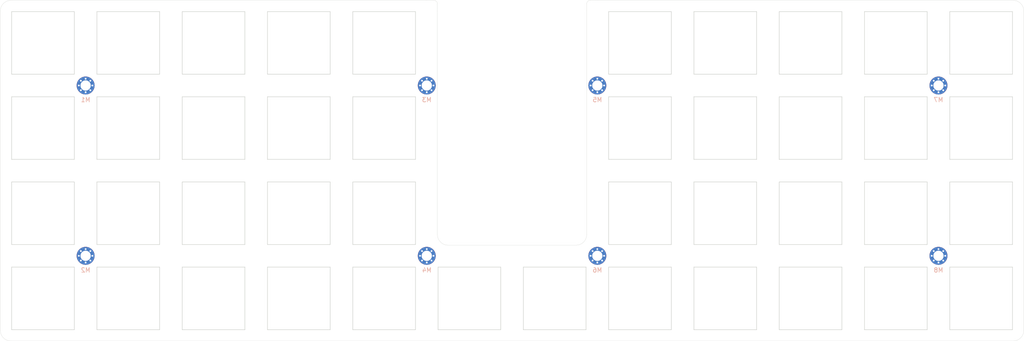
<source format=kicad_pcb>
(kicad_pcb (version 20171130) (host pcbnew 5.1.9+dfsg1-1)

  (general
    (thickness 1.6)
    (drawings 20)
    (tracks 0)
    (zones 0)
    (modules 50)
    (nets 1)
  )

  (page A4)
  (layers
    (0 F.Cu signal)
    (31 B.Cu signal)
    (32 B.Adhes user)
    (33 F.Adhes user)
    (34 B.Paste user)
    (35 F.Paste user)
    (36 B.SilkS user)
    (37 F.SilkS user)
    (38 B.Mask user)
    (39 F.Mask user)
    (40 Dwgs.User user)
    (41 Cmts.User user)
    (42 Eco1.User user)
    (43 Eco2.User user)
    (44 Edge.Cuts user)
    (45 Margin user)
    (46 B.CrtYd user)
    (47 F.CrtYd user)
    (48 B.Fab user)
    (49 F.Fab user)
  )

  (setup
    (last_trace_width 0.25)
    (trace_clearance 0.2)
    (zone_clearance 0.508)
    (zone_45_only no)
    (trace_min 0.2)
    (via_size 0.8)
    (via_drill 0.4)
    (via_min_size 0.4)
    (via_min_drill 0.3)
    (uvia_size 0.3)
    (uvia_drill 0.1)
    (uvias_allowed no)
    (uvia_min_size 0.2)
    (uvia_min_drill 0.1)
    (edge_width 0.05)
    (segment_width 0.2)
    (pcb_text_width 0.3)
    (pcb_text_size 1.5 1.5)
    (mod_edge_width 0.12)
    (mod_text_size 1 1)
    (mod_text_width 0.15)
    (pad_size 1.524 1.524)
    (pad_drill 0.762)
    (pad_to_mask_clearance 0)
    (aux_axis_origin 0 0)
    (visible_elements FFFFFF7F)
    (pcbplotparams
      (layerselection 0x010cc_ffffffff)
      (usegerberextensions false)
      (usegerberattributes true)
      (usegerberadvancedattributes true)
      (creategerberjobfile true)
      (excludeedgelayer true)
      (linewidth 0.100000)
      (plotframeref false)
      (viasonmask false)
      (mode 1)
      (useauxorigin false)
      (hpglpennumber 1)
      (hpglpenspeed 20)
      (hpglpendiameter 15.000000)
      (psnegative false)
      (psa4output false)
      (plotreference true)
      (plotvalue true)
      (plotinvisibletext false)
      (padsonsilk false)
      (subtractmaskfromsilk false)
      (outputformat 1)
      (mirror false)
      (drillshape 0)
      (scaleselection 1)
      (outputdirectory "gerber"))
  )

  (net 0 "")

  (net_class Default "This is the default net class."
    (clearance 0.2)
    (trace_width 0.25)
    (via_dia 0.8)
    (via_drill 0.4)
    (uvia_dia 0.3)
    (uvia_drill 0.1)
  )

  (module kbd:SW_Hole (layer F.Cu) (tedit 5F1B7F65) (tstamp 623F6472)
    (at 258.7625 98.425)
    (path /623F753B)
    (fp_text reference H42 (at 7 8.1) (layer F.SilkS) hide
      (effects (font (size 1 1) (thickness 0.15)))
    )
    (fp_text value MountingHole (at -7.4 -8.1) (layer F.Fab) hide
      (effects (font (size 1 1) (thickness 0.15)))
    )
    (fp_line (start 7 -7) (end -7 -7) (layer Edge.Cuts) (width 0.12))
    (fp_line (start 7 7) (end 7 -7) (layer Edge.Cuts) (width 0.12))
    (fp_line (start -7 7) (end 7 7) (layer Edge.Cuts) (width 0.12))
    (fp_line (start -7 -7) (end -7 7) (layer Edge.Cuts) (width 0.12))
    (fp_line (start 9.525 -9.525) (end -9.525 -9.525) (layer F.Fab) (width 0.15))
    (fp_line (start -9.525 -9.525) (end -9.525 9.525) (layer F.Fab) (width 0.15))
    (fp_line (start -9.525 9.525) (end 9.525 9.525) (layer F.Fab) (width 0.15))
    (fp_line (start 9.525 9.525) (end 9.525 -9.525) (layer F.Fab) (width 0.15))
  )

  (module kbd:M2_HOLE_v3 (layer B.Cu) (tedit 5F7666AF) (tstamp 623F64F2)
    (at 249.2375 88.9)
    (descr "Mounting Hole 2.2mm, no annular, M2")
    (tags "mounting hole 2.2mm no annular m2")
    (path /623F04F1)
    (attr virtual)
    (fp_text reference M8 (at 0 3.2) (layer B.SilkS)
      (effects (font (size 1 1) (thickness 0.15)) (justify mirror))
    )
    (fp_text value MountingHole (at 0 -3.2) (layer B.Fab)
      (effects (font (size 1 1) (thickness 0.15)) (justify mirror))
    )
    (fp_circle (center 0 0) (end 2.45 0) (layer B.CrtYd) (width 0.05))
    (fp_circle (center 0 0) (end 2.2 0) (layer Cmts.User) (width 0.15))
    (fp_text user %R (at 0.3 0) (layer B.Fab)
      (effects (font (size 1 1) (thickness 0.15)) (justify mirror))
    )
    (pad 1 thru_hole circle (at 1.06 1.06) (size 0.5 0.5) (drill 0.4) (layers *.Cu *.Mask))
    (pad 1 thru_hole circle (at -1.06 1.06) (size 0.5 0.5) (drill 0.4) (layers *.Cu *.Mask))
    (pad 1 thru_hole circle (at -1.06 -1.06) (size 0.5 0.5) (drill 0.4) (layers *.Cu *.Mask))
    (pad 1 thru_hole circle (at 1.06 -1.06) (size 0.5 0.5) (drill 0.4) (layers *.Cu *.Mask))
    (pad 1 thru_hole circle (at 0 1.5) (size 0.5 0.5) (drill 0.4) (layers *.Cu *.Mask))
    (pad 1 thru_hole circle (at 0 -1.5) (size 0.5 0.5) (drill 0.4) (layers *.Cu *.Mask))
    (pad 1 thru_hole circle (at -1.5 0) (size 0.5 0.5) (drill 0.4) (layers *.Cu *.Mask))
    (pad 1 thru_hole circle (at 1.5 0) (size 0.5 0.5) (drill 0.4) (layers *.Cu *.Mask))
    (pad 1 thru_hole circle (at 0 0) (size 4 4) (drill 2.3) (layers *.Cu *.Mask))
  )

  (module kbd:M2_HOLE_v3 (layer B.Cu) (tedit 5F7666AF) (tstamp 623F64E2)
    (at 249.2375 50.8)
    (descr "Mounting Hole 2.2mm, no annular, M2")
    (tags "mounting hole 2.2mm no annular m2")
    (path /623F04EB)
    (attr virtual)
    (fp_text reference M7 (at 0 3.2) (layer B.SilkS)
      (effects (font (size 1 1) (thickness 0.15)) (justify mirror))
    )
    (fp_text value MountingHole (at 0 -3.2) (layer B.Fab)
      (effects (font (size 1 1) (thickness 0.15)) (justify mirror))
    )
    (fp_circle (center 0 0) (end 2.45 0) (layer B.CrtYd) (width 0.05))
    (fp_circle (center 0 0) (end 2.2 0) (layer Cmts.User) (width 0.15))
    (fp_text user %R (at 0.3 0) (layer B.Fab)
      (effects (font (size 1 1) (thickness 0.15)) (justify mirror))
    )
    (pad 1 thru_hole circle (at 1.06 1.06) (size 0.5 0.5) (drill 0.4) (layers *.Cu *.Mask))
    (pad 1 thru_hole circle (at -1.06 1.06) (size 0.5 0.5) (drill 0.4) (layers *.Cu *.Mask))
    (pad 1 thru_hole circle (at -1.06 -1.06) (size 0.5 0.5) (drill 0.4) (layers *.Cu *.Mask))
    (pad 1 thru_hole circle (at 1.06 -1.06) (size 0.5 0.5) (drill 0.4) (layers *.Cu *.Mask))
    (pad 1 thru_hole circle (at 0 1.5) (size 0.5 0.5) (drill 0.4) (layers *.Cu *.Mask))
    (pad 1 thru_hole circle (at 0 -1.5) (size 0.5 0.5) (drill 0.4) (layers *.Cu *.Mask))
    (pad 1 thru_hole circle (at -1.5 0) (size 0.5 0.5) (drill 0.4) (layers *.Cu *.Mask))
    (pad 1 thru_hole circle (at 1.5 0) (size 0.5 0.5) (drill 0.4) (layers *.Cu *.Mask))
    (pad 1 thru_hole circle (at 0 0) (size 4 4) (drill 2.3) (layers *.Cu *.Mask))
  )

  (module kbd:M2_HOLE_v3 (layer B.Cu) (tedit 5F7666AF) (tstamp 623F64D2)
    (at 173.0375 88.9)
    (descr "Mounting Hole 2.2mm, no annular, M2")
    (tags "mounting hole 2.2mm no annular m2")
    (path /623F04E5)
    (attr virtual)
    (fp_text reference M6 (at 0 3.2) (layer B.SilkS)
      (effects (font (size 1 1) (thickness 0.15)) (justify mirror))
    )
    (fp_text value MountingHole (at 0 -3.2) (layer B.Fab)
      (effects (font (size 1 1) (thickness 0.15)) (justify mirror))
    )
    (fp_circle (center 0 0) (end 2.45 0) (layer B.CrtYd) (width 0.05))
    (fp_circle (center 0 0) (end 2.2 0) (layer Cmts.User) (width 0.15))
    (fp_text user %R (at 0.3 0) (layer B.Fab)
      (effects (font (size 1 1) (thickness 0.15)) (justify mirror))
    )
    (pad 1 thru_hole circle (at 1.06 1.06) (size 0.5 0.5) (drill 0.4) (layers *.Cu *.Mask))
    (pad 1 thru_hole circle (at -1.06 1.06) (size 0.5 0.5) (drill 0.4) (layers *.Cu *.Mask))
    (pad 1 thru_hole circle (at -1.06 -1.06) (size 0.5 0.5) (drill 0.4) (layers *.Cu *.Mask))
    (pad 1 thru_hole circle (at 1.06 -1.06) (size 0.5 0.5) (drill 0.4) (layers *.Cu *.Mask))
    (pad 1 thru_hole circle (at 0 1.5) (size 0.5 0.5) (drill 0.4) (layers *.Cu *.Mask))
    (pad 1 thru_hole circle (at 0 -1.5) (size 0.5 0.5) (drill 0.4) (layers *.Cu *.Mask))
    (pad 1 thru_hole circle (at -1.5 0) (size 0.5 0.5) (drill 0.4) (layers *.Cu *.Mask))
    (pad 1 thru_hole circle (at 1.5 0) (size 0.5 0.5) (drill 0.4) (layers *.Cu *.Mask))
    (pad 1 thru_hole circle (at 0 0) (size 4 4) (drill 2.3) (layers *.Cu *.Mask))
  )

  (module kbd:M2_HOLE_v3 (layer B.Cu) (tedit 5F7666AF) (tstamp 623F64C2)
    (at 173.0375 50.8)
    (descr "Mounting Hole 2.2mm, no annular, M2")
    (tags "mounting hole 2.2mm no annular m2")
    (path /623F04DF)
    (attr virtual)
    (fp_text reference M5 (at 0 3.2) (layer B.SilkS)
      (effects (font (size 1 1) (thickness 0.15)) (justify mirror))
    )
    (fp_text value MountingHole (at 0 -3.2) (layer B.Fab)
      (effects (font (size 1 1) (thickness 0.15)) (justify mirror))
    )
    (fp_circle (center 0 0) (end 2.45 0) (layer B.CrtYd) (width 0.05))
    (fp_circle (center 0 0) (end 2.2 0) (layer Cmts.User) (width 0.15))
    (fp_text user %R (at 0.3 0) (layer B.Fab)
      (effects (font (size 1 1) (thickness 0.15)) (justify mirror))
    )
    (pad 1 thru_hole circle (at 1.06 1.06) (size 0.5 0.5) (drill 0.4) (layers *.Cu *.Mask))
    (pad 1 thru_hole circle (at -1.06 1.06) (size 0.5 0.5) (drill 0.4) (layers *.Cu *.Mask))
    (pad 1 thru_hole circle (at -1.06 -1.06) (size 0.5 0.5) (drill 0.4) (layers *.Cu *.Mask))
    (pad 1 thru_hole circle (at 1.06 -1.06) (size 0.5 0.5) (drill 0.4) (layers *.Cu *.Mask))
    (pad 1 thru_hole circle (at 0 1.5) (size 0.5 0.5) (drill 0.4) (layers *.Cu *.Mask))
    (pad 1 thru_hole circle (at 0 -1.5) (size 0.5 0.5) (drill 0.4) (layers *.Cu *.Mask))
    (pad 1 thru_hole circle (at -1.5 0) (size 0.5 0.5) (drill 0.4) (layers *.Cu *.Mask))
    (pad 1 thru_hole circle (at 1.5 0) (size 0.5 0.5) (drill 0.4) (layers *.Cu *.Mask))
    (pad 1 thru_hole circle (at 0 0) (size 4 4) (drill 2.3) (layers *.Cu *.Mask))
  )

  (module kbd:M2_HOLE_v3 (layer B.Cu) (tedit 5F7666AF) (tstamp 623F64B2)
    (at 134.9375 88.9)
    (descr "Mounting Hole 2.2mm, no annular, M2")
    (tags "mounting hole 2.2mm no annular m2")
    (path /623EFCD7)
    (attr virtual)
    (fp_text reference M4 (at 0 3.2) (layer B.SilkS)
      (effects (font (size 1 1) (thickness 0.15)) (justify mirror))
    )
    (fp_text value MountingHole (at 0 -3.2) (layer B.Fab)
      (effects (font (size 1 1) (thickness 0.15)) (justify mirror))
    )
    (fp_circle (center 0 0) (end 2.45 0) (layer B.CrtYd) (width 0.05))
    (fp_circle (center 0 0) (end 2.2 0) (layer Cmts.User) (width 0.15))
    (fp_text user %R (at 0.3 0) (layer B.Fab)
      (effects (font (size 1 1) (thickness 0.15)) (justify mirror))
    )
    (pad 1 thru_hole circle (at 1.06 1.06) (size 0.5 0.5) (drill 0.4) (layers *.Cu *.Mask))
    (pad 1 thru_hole circle (at -1.06 1.06) (size 0.5 0.5) (drill 0.4) (layers *.Cu *.Mask))
    (pad 1 thru_hole circle (at -1.06 -1.06) (size 0.5 0.5) (drill 0.4) (layers *.Cu *.Mask))
    (pad 1 thru_hole circle (at 1.06 -1.06) (size 0.5 0.5) (drill 0.4) (layers *.Cu *.Mask))
    (pad 1 thru_hole circle (at 0 1.5) (size 0.5 0.5) (drill 0.4) (layers *.Cu *.Mask))
    (pad 1 thru_hole circle (at 0 -1.5) (size 0.5 0.5) (drill 0.4) (layers *.Cu *.Mask))
    (pad 1 thru_hole circle (at -1.5 0) (size 0.5 0.5) (drill 0.4) (layers *.Cu *.Mask))
    (pad 1 thru_hole circle (at 1.5 0) (size 0.5 0.5) (drill 0.4) (layers *.Cu *.Mask))
    (pad 1 thru_hole circle (at 0 0) (size 4 4) (drill 2.3) (layers *.Cu *.Mask))
  )

  (module kbd:M2_HOLE_v3 (layer B.Cu) (tedit 5F7666AF) (tstamp 623F64A2)
    (at 134.9375 50.8)
    (descr "Mounting Hole 2.2mm, no annular, M2")
    (tags "mounting hole 2.2mm no annular m2")
    (path /623EFBC1)
    (attr virtual)
    (fp_text reference M3 (at 0 3.2) (layer B.SilkS)
      (effects (font (size 1 1) (thickness 0.15)) (justify mirror))
    )
    (fp_text value MountingHole (at 0 -3.2) (layer B.Fab)
      (effects (font (size 1 1) (thickness 0.15)) (justify mirror))
    )
    (fp_circle (center 0 0) (end 2.45 0) (layer B.CrtYd) (width 0.05))
    (fp_circle (center 0 0) (end 2.2 0) (layer Cmts.User) (width 0.15))
    (fp_text user %R (at 0.3 0) (layer B.Fab)
      (effects (font (size 1 1) (thickness 0.15)) (justify mirror))
    )
    (pad 1 thru_hole circle (at 1.06 1.06) (size 0.5 0.5) (drill 0.4) (layers *.Cu *.Mask))
    (pad 1 thru_hole circle (at -1.06 1.06) (size 0.5 0.5) (drill 0.4) (layers *.Cu *.Mask))
    (pad 1 thru_hole circle (at -1.06 -1.06) (size 0.5 0.5) (drill 0.4) (layers *.Cu *.Mask))
    (pad 1 thru_hole circle (at 1.06 -1.06) (size 0.5 0.5) (drill 0.4) (layers *.Cu *.Mask))
    (pad 1 thru_hole circle (at 0 1.5) (size 0.5 0.5) (drill 0.4) (layers *.Cu *.Mask))
    (pad 1 thru_hole circle (at 0 -1.5) (size 0.5 0.5) (drill 0.4) (layers *.Cu *.Mask))
    (pad 1 thru_hole circle (at -1.5 0) (size 0.5 0.5) (drill 0.4) (layers *.Cu *.Mask))
    (pad 1 thru_hole circle (at 1.5 0) (size 0.5 0.5) (drill 0.4) (layers *.Cu *.Mask))
    (pad 1 thru_hole circle (at 0 0) (size 4 4) (drill 2.3) (layers *.Cu *.Mask))
  )

  (module kbd:M2_HOLE_v3 (layer B.Cu) (tedit 5F7666AF) (tstamp 623F6492)
    (at 58.7375 88.9)
    (descr "Mounting Hole 2.2mm, no annular, M2")
    (tags "mounting hole 2.2mm no annular m2")
    (path /623EFAE9)
    (attr virtual)
    (fp_text reference M2 (at 0 3.2) (layer B.SilkS)
      (effects (font (size 1 1) (thickness 0.15)) (justify mirror))
    )
    (fp_text value MountingHole (at 0 -3.2) (layer B.Fab)
      (effects (font (size 1 1) (thickness 0.15)) (justify mirror))
    )
    (fp_circle (center 0 0) (end 2.45 0) (layer B.CrtYd) (width 0.05))
    (fp_circle (center 0 0) (end 2.2 0) (layer Cmts.User) (width 0.15))
    (fp_text user %R (at 0.3 0) (layer B.Fab)
      (effects (font (size 1 1) (thickness 0.15)) (justify mirror))
    )
    (pad 1 thru_hole circle (at 1.06 1.06) (size 0.5 0.5) (drill 0.4) (layers *.Cu *.Mask))
    (pad 1 thru_hole circle (at -1.06 1.06) (size 0.5 0.5) (drill 0.4) (layers *.Cu *.Mask))
    (pad 1 thru_hole circle (at -1.06 -1.06) (size 0.5 0.5) (drill 0.4) (layers *.Cu *.Mask))
    (pad 1 thru_hole circle (at 1.06 -1.06) (size 0.5 0.5) (drill 0.4) (layers *.Cu *.Mask))
    (pad 1 thru_hole circle (at 0 1.5) (size 0.5 0.5) (drill 0.4) (layers *.Cu *.Mask))
    (pad 1 thru_hole circle (at 0 -1.5) (size 0.5 0.5) (drill 0.4) (layers *.Cu *.Mask))
    (pad 1 thru_hole circle (at -1.5 0) (size 0.5 0.5) (drill 0.4) (layers *.Cu *.Mask))
    (pad 1 thru_hole circle (at 1.5 0) (size 0.5 0.5) (drill 0.4) (layers *.Cu *.Mask))
    (pad 1 thru_hole circle (at 0 0) (size 4 4) (drill 2.3) (layers *.Cu *.Mask))
  )

  (module kbd:M2_HOLE_v3 (layer B.Cu) (tedit 5F7666AF) (tstamp 623F6482)
    (at 58.7375 50.8)
    (descr "Mounting Hole 2.2mm, no annular, M2")
    (tags "mounting hole 2.2mm no annular m2")
    (path /623EF6C9)
    (attr virtual)
    (fp_text reference M1 (at 0 3.2) (layer B.SilkS)
      (effects (font (size 1 1) (thickness 0.15)) (justify mirror))
    )
    (fp_text value MountingHole (at 0 -3.2) (layer B.Fab)
      (effects (font (size 1 1) (thickness 0.15)) (justify mirror))
    )
    (fp_circle (center 0 0) (end 2.45 0) (layer B.CrtYd) (width 0.05))
    (fp_circle (center 0 0) (end 2.2 0) (layer Cmts.User) (width 0.15))
    (fp_text user %R (at 0.3 0) (layer B.Fab)
      (effects (font (size 1 1) (thickness 0.15)) (justify mirror))
    )
    (pad 1 thru_hole circle (at 1.06 1.06) (size 0.5 0.5) (drill 0.4) (layers *.Cu *.Mask))
    (pad 1 thru_hole circle (at -1.06 1.06) (size 0.5 0.5) (drill 0.4) (layers *.Cu *.Mask))
    (pad 1 thru_hole circle (at -1.06 -1.06) (size 0.5 0.5) (drill 0.4) (layers *.Cu *.Mask))
    (pad 1 thru_hole circle (at 1.06 -1.06) (size 0.5 0.5) (drill 0.4) (layers *.Cu *.Mask))
    (pad 1 thru_hole circle (at 0 1.5) (size 0.5 0.5) (drill 0.4) (layers *.Cu *.Mask))
    (pad 1 thru_hole circle (at 0 -1.5) (size 0.5 0.5) (drill 0.4) (layers *.Cu *.Mask))
    (pad 1 thru_hole circle (at -1.5 0) (size 0.5 0.5) (drill 0.4) (layers *.Cu *.Mask))
    (pad 1 thru_hole circle (at 1.5 0) (size 0.5 0.5) (drill 0.4) (layers *.Cu *.Mask))
    (pad 1 thru_hole circle (at 0 0) (size 4 4) (drill 2.3) (layers *.Cu *.Mask))
  )

  (module kbd:SW_Hole (layer F.Cu) (tedit 5F1B7F65) (tstamp 623F6462)
    (at 258.7625 79.375)
    (path /623F7535)
    (fp_text reference H41 (at 7 8.1) (layer F.SilkS) hide
      (effects (font (size 1 1) (thickness 0.15)))
    )
    (fp_text value MountingHole (at -7.4 -8.1) (layer F.Fab) hide
      (effects (font (size 1 1) (thickness 0.15)))
    )
    (fp_line (start 7 -7) (end -7 -7) (layer Edge.Cuts) (width 0.12))
    (fp_line (start 7 7) (end 7 -7) (layer Edge.Cuts) (width 0.12))
    (fp_line (start -7 7) (end 7 7) (layer Edge.Cuts) (width 0.12))
    (fp_line (start -7 -7) (end -7 7) (layer Edge.Cuts) (width 0.12))
    (fp_line (start 9.525 -9.525) (end -9.525 -9.525) (layer F.Fab) (width 0.15))
    (fp_line (start -9.525 -9.525) (end -9.525 9.525) (layer F.Fab) (width 0.15))
    (fp_line (start -9.525 9.525) (end 9.525 9.525) (layer F.Fab) (width 0.15))
    (fp_line (start 9.525 9.525) (end 9.525 -9.525) (layer F.Fab) (width 0.15))
  )

  (module kbd:SW_Hole (layer F.Cu) (tedit 5F1B7F65) (tstamp 623F6456)
    (at 258.7625 60.325)
    (path /623F752F)
    (fp_text reference H40 (at 7 8.1) (layer F.SilkS) hide
      (effects (font (size 1 1) (thickness 0.15)))
    )
    (fp_text value MountingHole (at -7.4 -8.1) (layer F.Fab) hide
      (effects (font (size 1 1) (thickness 0.15)))
    )
    (fp_line (start 7 -7) (end -7 -7) (layer Edge.Cuts) (width 0.12))
    (fp_line (start 7 7) (end 7 -7) (layer Edge.Cuts) (width 0.12))
    (fp_line (start -7 7) (end 7 7) (layer Edge.Cuts) (width 0.12))
    (fp_line (start -7 -7) (end -7 7) (layer Edge.Cuts) (width 0.12))
    (fp_line (start 9.525 -9.525) (end -9.525 -9.525) (layer F.Fab) (width 0.15))
    (fp_line (start -9.525 -9.525) (end -9.525 9.525) (layer F.Fab) (width 0.15))
    (fp_line (start -9.525 9.525) (end 9.525 9.525) (layer F.Fab) (width 0.15))
    (fp_line (start 9.525 9.525) (end 9.525 -9.525) (layer F.Fab) (width 0.15))
  )

  (module kbd:SW_Hole (layer F.Cu) (tedit 5F1B7F65) (tstamp 623F644A)
    (at 258.7625 41.275)
    (path /623F7529)
    (fp_text reference H39 (at 7 8.1) (layer F.SilkS) hide
      (effects (font (size 1 1) (thickness 0.15)))
    )
    (fp_text value MountingHole (at -7.4 -8.1) (layer F.Fab) hide
      (effects (font (size 1 1) (thickness 0.15)))
    )
    (fp_line (start 7 -7) (end -7 -7) (layer Edge.Cuts) (width 0.12))
    (fp_line (start 7 7) (end 7 -7) (layer Edge.Cuts) (width 0.12))
    (fp_line (start -7 7) (end 7 7) (layer Edge.Cuts) (width 0.12))
    (fp_line (start -7 -7) (end -7 7) (layer Edge.Cuts) (width 0.12))
    (fp_line (start 9.525 -9.525) (end -9.525 -9.525) (layer F.Fab) (width 0.15))
    (fp_line (start -9.525 -9.525) (end -9.525 9.525) (layer F.Fab) (width 0.15))
    (fp_line (start -9.525 9.525) (end 9.525 9.525) (layer F.Fab) (width 0.15))
    (fp_line (start 9.525 9.525) (end 9.525 -9.525) (layer F.Fab) (width 0.15))
  )

  (module kbd:SW_Hole (layer F.Cu) (tedit 5F1B7F65) (tstamp 623F643E)
    (at 239.7125 98.425)
    (path /623F7523)
    (fp_text reference H38 (at 7 8.1) (layer F.SilkS) hide
      (effects (font (size 1 1) (thickness 0.15)))
    )
    (fp_text value MountingHole (at -7.4 -8.1) (layer F.Fab) hide
      (effects (font (size 1 1) (thickness 0.15)))
    )
    (fp_line (start 7 -7) (end -7 -7) (layer Edge.Cuts) (width 0.12))
    (fp_line (start 7 7) (end 7 -7) (layer Edge.Cuts) (width 0.12))
    (fp_line (start -7 7) (end 7 7) (layer Edge.Cuts) (width 0.12))
    (fp_line (start -7 -7) (end -7 7) (layer Edge.Cuts) (width 0.12))
    (fp_line (start 9.525 -9.525) (end -9.525 -9.525) (layer F.Fab) (width 0.15))
    (fp_line (start -9.525 -9.525) (end -9.525 9.525) (layer F.Fab) (width 0.15))
    (fp_line (start -9.525 9.525) (end 9.525 9.525) (layer F.Fab) (width 0.15))
    (fp_line (start 9.525 9.525) (end 9.525 -9.525) (layer F.Fab) (width 0.15))
  )

  (module kbd:SW_Hole (layer F.Cu) (tedit 5F1B7F65) (tstamp 623F6432)
    (at 239.7125 79.375)
    (path /623F751D)
    (fp_text reference H37 (at 7 8.1) (layer F.SilkS) hide
      (effects (font (size 1 1) (thickness 0.15)))
    )
    (fp_text value MountingHole (at -7.4 -8.1) (layer F.Fab) hide
      (effects (font (size 1 1) (thickness 0.15)))
    )
    (fp_line (start 7 -7) (end -7 -7) (layer Edge.Cuts) (width 0.12))
    (fp_line (start 7 7) (end 7 -7) (layer Edge.Cuts) (width 0.12))
    (fp_line (start -7 7) (end 7 7) (layer Edge.Cuts) (width 0.12))
    (fp_line (start -7 -7) (end -7 7) (layer Edge.Cuts) (width 0.12))
    (fp_line (start 9.525 -9.525) (end -9.525 -9.525) (layer F.Fab) (width 0.15))
    (fp_line (start -9.525 -9.525) (end -9.525 9.525) (layer F.Fab) (width 0.15))
    (fp_line (start -9.525 9.525) (end 9.525 9.525) (layer F.Fab) (width 0.15))
    (fp_line (start 9.525 9.525) (end 9.525 -9.525) (layer F.Fab) (width 0.15))
  )

  (module kbd:SW_Hole (layer F.Cu) (tedit 5F1B7F65) (tstamp 623F6426)
    (at 239.7125 60.325)
    (path /623F7517)
    (fp_text reference H36 (at 7 8.1) (layer F.SilkS) hide
      (effects (font (size 1 1) (thickness 0.15)))
    )
    (fp_text value MountingHole (at -7.4 -8.1) (layer F.Fab) hide
      (effects (font (size 1 1) (thickness 0.15)))
    )
    (fp_line (start 7 -7) (end -7 -7) (layer Edge.Cuts) (width 0.12))
    (fp_line (start 7 7) (end 7 -7) (layer Edge.Cuts) (width 0.12))
    (fp_line (start -7 7) (end 7 7) (layer Edge.Cuts) (width 0.12))
    (fp_line (start -7 -7) (end -7 7) (layer Edge.Cuts) (width 0.12))
    (fp_line (start 9.525 -9.525) (end -9.525 -9.525) (layer F.Fab) (width 0.15))
    (fp_line (start -9.525 -9.525) (end -9.525 9.525) (layer F.Fab) (width 0.15))
    (fp_line (start -9.525 9.525) (end 9.525 9.525) (layer F.Fab) (width 0.15))
    (fp_line (start 9.525 9.525) (end 9.525 -9.525) (layer F.Fab) (width 0.15))
  )

  (module kbd:SW_Hole (layer F.Cu) (tedit 5F1B7F65) (tstamp 623F641A)
    (at 239.7125 41.275)
    (path /623F7511)
    (fp_text reference H35 (at 7 8.1) (layer F.SilkS) hide
      (effects (font (size 1 1) (thickness 0.15)))
    )
    (fp_text value MountingHole (at -7.4 -8.1) (layer F.Fab) hide
      (effects (font (size 1 1) (thickness 0.15)))
    )
    (fp_line (start 7 -7) (end -7 -7) (layer Edge.Cuts) (width 0.12))
    (fp_line (start 7 7) (end 7 -7) (layer Edge.Cuts) (width 0.12))
    (fp_line (start -7 7) (end 7 7) (layer Edge.Cuts) (width 0.12))
    (fp_line (start -7 -7) (end -7 7) (layer Edge.Cuts) (width 0.12))
    (fp_line (start 9.525 -9.525) (end -9.525 -9.525) (layer F.Fab) (width 0.15))
    (fp_line (start -9.525 -9.525) (end -9.525 9.525) (layer F.Fab) (width 0.15))
    (fp_line (start -9.525 9.525) (end 9.525 9.525) (layer F.Fab) (width 0.15))
    (fp_line (start 9.525 9.525) (end 9.525 -9.525) (layer F.Fab) (width 0.15))
  )

  (module kbd:SW_Hole (layer F.Cu) (tedit 5F1B7F65) (tstamp 623F640E)
    (at 220.6625 98.425)
    (path /623F6521)
    (fp_text reference H34 (at 7 8.1) (layer F.SilkS) hide
      (effects (font (size 1 1) (thickness 0.15)))
    )
    (fp_text value MountingHole (at -7.4 -8.1) (layer F.Fab) hide
      (effects (font (size 1 1) (thickness 0.15)))
    )
    (fp_line (start 7 -7) (end -7 -7) (layer Edge.Cuts) (width 0.12))
    (fp_line (start 7 7) (end 7 -7) (layer Edge.Cuts) (width 0.12))
    (fp_line (start -7 7) (end 7 7) (layer Edge.Cuts) (width 0.12))
    (fp_line (start -7 -7) (end -7 7) (layer Edge.Cuts) (width 0.12))
    (fp_line (start 9.525 -9.525) (end -9.525 -9.525) (layer F.Fab) (width 0.15))
    (fp_line (start -9.525 -9.525) (end -9.525 9.525) (layer F.Fab) (width 0.15))
    (fp_line (start -9.525 9.525) (end 9.525 9.525) (layer F.Fab) (width 0.15))
    (fp_line (start 9.525 9.525) (end 9.525 -9.525) (layer F.Fab) (width 0.15))
  )

  (module kbd:SW_Hole (layer F.Cu) (tedit 5F1B7F65) (tstamp 623F6402)
    (at 220.6625 79.375)
    (path /623F651B)
    (fp_text reference H33 (at 7 8.1) (layer F.SilkS) hide
      (effects (font (size 1 1) (thickness 0.15)))
    )
    (fp_text value MountingHole (at -7.4 -8.1) (layer F.Fab) hide
      (effects (font (size 1 1) (thickness 0.15)))
    )
    (fp_line (start 7 -7) (end -7 -7) (layer Edge.Cuts) (width 0.12))
    (fp_line (start 7 7) (end 7 -7) (layer Edge.Cuts) (width 0.12))
    (fp_line (start -7 7) (end 7 7) (layer Edge.Cuts) (width 0.12))
    (fp_line (start -7 -7) (end -7 7) (layer Edge.Cuts) (width 0.12))
    (fp_line (start 9.525 -9.525) (end -9.525 -9.525) (layer F.Fab) (width 0.15))
    (fp_line (start -9.525 -9.525) (end -9.525 9.525) (layer F.Fab) (width 0.15))
    (fp_line (start -9.525 9.525) (end 9.525 9.525) (layer F.Fab) (width 0.15))
    (fp_line (start 9.525 9.525) (end 9.525 -9.525) (layer F.Fab) (width 0.15))
  )

  (module kbd:SW_Hole (layer F.Cu) (tedit 5F1B7F65) (tstamp 623F63F6)
    (at 220.6625 60.325)
    (path /623F6515)
    (fp_text reference H32 (at 7 8.1) (layer F.SilkS) hide
      (effects (font (size 1 1) (thickness 0.15)))
    )
    (fp_text value MountingHole (at -7.4 -8.1) (layer F.Fab) hide
      (effects (font (size 1 1) (thickness 0.15)))
    )
    (fp_line (start 7 -7) (end -7 -7) (layer Edge.Cuts) (width 0.12))
    (fp_line (start 7 7) (end 7 -7) (layer Edge.Cuts) (width 0.12))
    (fp_line (start -7 7) (end 7 7) (layer Edge.Cuts) (width 0.12))
    (fp_line (start -7 -7) (end -7 7) (layer Edge.Cuts) (width 0.12))
    (fp_line (start 9.525 -9.525) (end -9.525 -9.525) (layer F.Fab) (width 0.15))
    (fp_line (start -9.525 -9.525) (end -9.525 9.525) (layer F.Fab) (width 0.15))
    (fp_line (start -9.525 9.525) (end 9.525 9.525) (layer F.Fab) (width 0.15))
    (fp_line (start 9.525 9.525) (end 9.525 -9.525) (layer F.Fab) (width 0.15))
  )

  (module kbd:SW_Hole (layer F.Cu) (tedit 5F1B7F65) (tstamp 623F63EA)
    (at 220.6625 41.275)
    (path /623F650F)
    (fp_text reference H31 (at 7 8.1) (layer F.SilkS) hide
      (effects (font (size 1 1) (thickness 0.15)))
    )
    (fp_text value MountingHole (at -7.4 -8.1) (layer F.Fab) hide
      (effects (font (size 1 1) (thickness 0.15)))
    )
    (fp_line (start 7 -7) (end -7 -7) (layer Edge.Cuts) (width 0.12))
    (fp_line (start 7 7) (end 7 -7) (layer Edge.Cuts) (width 0.12))
    (fp_line (start -7 7) (end 7 7) (layer Edge.Cuts) (width 0.12))
    (fp_line (start -7 -7) (end -7 7) (layer Edge.Cuts) (width 0.12))
    (fp_line (start 9.525 -9.525) (end -9.525 -9.525) (layer F.Fab) (width 0.15))
    (fp_line (start -9.525 -9.525) (end -9.525 9.525) (layer F.Fab) (width 0.15))
    (fp_line (start -9.525 9.525) (end 9.525 9.525) (layer F.Fab) (width 0.15))
    (fp_line (start 9.525 9.525) (end 9.525 -9.525) (layer F.Fab) (width 0.15))
  )

  (module kbd:SW_Hole (layer F.Cu) (tedit 5F1B7F65) (tstamp 623F63DE)
    (at 201.6125 98.425)
    (path /623F6509)
    (fp_text reference H30 (at 7 8.1) (layer F.SilkS) hide
      (effects (font (size 1 1) (thickness 0.15)))
    )
    (fp_text value MountingHole (at -7.4 -8.1) (layer F.Fab) hide
      (effects (font (size 1 1) (thickness 0.15)))
    )
    (fp_line (start 7 -7) (end -7 -7) (layer Edge.Cuts) (width 0.12))
    (fp_line (start 7 7) (end 7 -7) (layer Edge.Cuts) (width 0.12))
    (fp_line (start -7 7) (end 7 7) (layer Edge.Cuts) (width 0.12))
    (fp_line (start -7 -7) (end -7 7) (layer Edge.Cuts) (width 0.12))
    (fp_line (start 9.525 -9.525) (end -9.525 -9.525) (layer F.Fab) (width 0.15))
    (fp_line (start -9.525 -9.525) (end -9.525 9.525) (layer F.Fab) (width 0.15))
    (fp_line (start -9.525 9.525) (end 9.525 9.525) (layer F.Fab) (width 0.15))
    (fp_line (start 9.525 9.525) (end 9.525 -9.525) (layer F.Fab) (width 0.15))
  )

  (module kbd:SW_Hole (layer F.Cu) (tedit 5F1B7F65) (tstamp 623F63D2)
    (at 201.6125 79.375)
    (path /623F6503)
    (fp_text reference H29 (at 7 8.1) (layer F.SilkS) hide
      (effects (font (size 1 1) (thickness 0.15)))
    )
    (fp_text value MountingHole (at -7.4 -8.1) (layer F.Fab) hide
      (effects (font (size 1 1) (thickness 0.15)))
    )
    (fp_line (start 7 -7) (end -7 -7) (layer Edge.Cuts) (width 0.12))
    (fp_line (start 7 7) (end 7 -7) (layer Edge.Cuts) (width 0.12))
    (fp_line (start -7 7) (end 7 7) (layer Edge.Cuts) (width 0.12))
    (fp_line (start -7 -7) (end -7 7) (layer Edge.Cuts) (width 0.12))
    (fp_line (start 9.525 -9.525) (end -9.525 -9.525) (layer F.Fab) (width 0.15))
    (fp_line (start -9.525 -9.525) (end -9.525 9.525) (layer F.Fab) (width 0.15))
    (fp_line (start -9.525 9.525) (end 9.525 9.525) (layer F.Fab) (width 0.15))
    (fp_line (start 9.525 9.525) (end 9.525 -9.525) (layer F.Fab) (width 0.15))
  )

  (module kbd:SW_Hole (layer F.Cu) (tedit 5F1B7F65) (tstamp 623F63C6)
    (at 201.6125 60.325)
    (path /623F64FD)
    (fp_text reference H28 (at 7 8.1) (layer F.SilkS) hide
      (effects (font (size 1 1) (thickness 0.15)))
    )
    (fp_text value MountingHole (at -7.4 -8.1) (layer F.Fab) hide
      (effects (font (size 1 1) (thickness 0.15)))
    )
    (fp_line (start 7 -7) (end -7 -7) (layer Edge.Cuts) (width 0.12))
    (fp_line (start 7 7) (end 7 -7) (layer Edge.Cuts) (width 0.12))
    (fp_line (start -7 7) (end 7 7) (layer Edge.Cuts) (width 0.12))
    (fp_line (start -7 -7) (end -7 7) (layer Edge.Cuts) (width 0.12))
    (fp_line (start 9.525 -9.525) (end -9.525 -9.525) (layer F.Fab) (width 0.15))
    (fp_line (start -9.525 -9.525) (end -9.525 9.525) (layer F.Fab) (width 0.15))
    (fp_line (start -9.525 9.525) (end 9.525 9.525) (layer F.Fab) (width 0.15))
    (fp_line (start 9.525 9.525) (end 9.525 -9.525) (layer F.Fab) (width 0.15))
  )

  (module kbd:SW_Hole (layer F.Cu) (tedit 5F1B7F65) (tstamp 623F63BA)
    (at 201.6125 41.275)
    (path /623F64F7)
    (fp_text reference H27 (at 7 8.1) (layer F.SilkS) hide
      (effects (font (size 1 1) (thickness 0.15)))
    )
    (fp_text value MountingHole (at -7.4 -8.1) (layer F.Fab) hide
      (effects (font (size 1 1) (thickness 0.15)))
    )
    (fp_line (start 7 -7) (end -7 -7) (layer Edge.Cuts) (width 0.12))
    (fp_line (start 7 7) (end 7 -7) (layer Edge.Cuts) (width 0.12))
    (fp_line (start -7 7) (end 7 7) (layer Edge.Cuts) (width 0.12))
    (fp_line (start -7 -7) (end -7 7) (layer Edge.Cuts) (width 0.12))
    (fp_line (start 9.525 -9.525) (end -9.525 -9.525) (layer F.Fab) (width 0.15))
    (fp_line (start -9.525 -9.525) (end -9.525 9.525) (layer F.Fab) (width 0.15))
    (fp_line (start -9.525 9.525) (end 9.525 9.525) (layer F.Fab) (width 0.15))
    (fp_line (start 9.525 9.525) (end 9.525 -9.525) (layer F.Fab) (width 0.15))
  )

  (module kbd:SW_Hole (layer F.Cu) (tedit 5F1B7F65) (tstamp 623F63AE)
    (at 182.5625 98.425)
    (path /623F977B)
    (fp_text reference H26 (at 7 8.1) (layer F.SilkS) hide
      (effects (font (size 1 1) (thickness 0.15)))
    )
    (fp_text value MountingHole (at -7.4 -8.1) (layer F.Fab) hide
      (effects (font (size 1 1) (thickness 0.15)))
    )
    (fp_line (start 7 -7) (end -7 -7) (layer Edge.Cuts) (width 0.12))
    (fp_line (start 7 7) (end 7 -7) (layer Edge.Cuts) (width 0.12))
    (fp_line (start -7 7) (end 7 7) (layer Edge.Cuts) (width 0.12))
    (fp_line (start -7 -7) (end -7 7) (layer Edge.Cuts) (width 0.12))
    (fp_line (start 9.525 -9.525) (end -9.525 -9.525) (layer F.Fab) (width 0.15))
    (fp_line (start -9.525 -9.525) (end -9.525 9.525) (layer F.Fab) (width 0.15))
    (fp_line (start -9.525 9.525) (end 9.525 9.525) (layer F.Fab) (width 0.15))
    (fp_line (start 9.525 9.525) (end 9.525 -9.525) (layer F.Fab) (width 0.15))
  )

  (module kbd:SW_Hole (layer F.Cu) (tedit 5F1B7F65) (tstamp 623F63A2)
    (at 182.5625 79.375)
    (path /623F5A71)
    (fp_text reference H25 (at 7 8.1) (layer F.SilkS) hide
      (effects (font (size 1 1) (thickness 0.15)))
    )
    (fp_text value MountingHole (at -7.4 -8.1) (layer F.Fab) hide
      (effects (font (size 1 1) (thickness 0.15)))
    )
    (fp_line (start 7 -7) (end -7 -7) (layer Edge.Cuts) (width 0.12))
    (fp_line (start 7 7) (end 7 -7) (layer Edge.Cuts) (width 0.12))
    (fp_line (start -7 7) (end 7 7) (layer Edge.Cuts) (width 0.12))
    (fp_line (start -7 -7) (end -7 7) (layer Edge.Cuts) (width 0.12))
    (fp_line (start 9.525 -9.525) (end -9.525 -9.525) (layer F.Fab) (width 0.15))
    (fp_line (start -9.525 -9.525) (end -9.525 9.525) (layer F.Fab) (width 0.15))
    (fp_line (start -9.525 9.525) (end 9.525 9.525) (layer F.Fab) (width 0.15))
    (fp_line (start 9.525 9.525) (end 9.525 -9.525) (layer F.Fab) (width 0.15))
  )

  (module kbd:SW_Hole (layer F.Cu) (tedit 5F1B7F65) (tstamp 623F6396)
    (at 182.5625 60.325)
    (path /623F5A6B)
    (fp_text reference H24 (at 7 8.1) (layer F.SilkS) hide
      (effects (font (size 1 1) (thickness 0.15)))
    )
    (fp_text value MountingHole (at -7.4 -8.1) (layer F.Fab) hide
      (effects (font (size 1 1) (thickness 0.15)))
    )
    (fp_line (start 7 -7) (end -7 -7) (layer Edge.Cuts) (width 0.12))
    (fp_line (start 7 7) (end 7 -7) (layer Edge.Cuts) (width 0.12))
    (fp_line (start -7 7) (end 7 7) (layer Edge.Cuts) (width 0.12))
    (fp_line (start -7 -7) (end -7 7) (layer Edge.Cuts) (width 0.12))
    (fp_line (start 9.525 -9.525) (end -9.525 -9.525) (layer F.Fab) (width 0.15))
    (fp_line (start -9.525 -9.525) (end -9.525 9.525) (layer F.Fab) (width 0.15))
    (fp_line (start -9.525 9.525) (end 9.525 9.525) (layer F.Fab) (width 0.15))
    (fp_line (start 9.525 9.525) (end 9.525 -9.525) (layer F.Fab) (width 0.15))
  )

  (module kbd:SW_Hole (layer F.Cu) (tedit 5F1B7F65) (tstamp 623F638A)
    (at 182.5625 41.275)
    (path /623F5A65)
    (fp_text reference H23 (at 7 8.1) (layer F.SilkS) hide
      (effects (font (size 1 1) (thickness 0.15)))
    )
    (fp_text value MountingHole (at -7.4 -8.1) (layer F.Fab) hide
      (effects (font (size 1 1) (thickness 0.15)))
    )
    (fp_line (start 7 -7) (end -7 -7) (layer Edge.Cuts) (width 0.12))
    (fp_line (start 7 7) (end 7 -7) (layer Edge.Cuts) (width 0.12))
    (fp_line (start -7 7) (end 7 7) (layer Edge.Cuts) (width 0.12))
    (fp_line (start -7 -7) (end -7 7) (layer Edge.Cuts) (width 0.12))
    (fp_line (start 9.525 -9.525) (end -9.525 -9.525) (layer F.Fab) (width 0.15))
    (fp_line (start -9.525 -9.525) (end -9.525 9.525) (layer F.Fab) (width 0.15))
    (fp_line (start -9.525 9.525) (end 9.525 9.525) (layer F.Fab) (width 0.15))
    (fp_line (start 9.525 9.525) (end 9.525 -9.525) (layer F.Fab) (width 0.15))
  )

  (module kbd:SW_Hole (layer F.Cu) (tedit 5F1B7F65) (tstamp 623F637E)
    (at 163.5125 98.425)
    (path /623F5A5F)
    (fp_text reference H22 (at 7 8.1) (layer F.SilkS) hide
      (effects (font (size 1 1) (thickness 0.15)))
    )
    (fp_text value MountingHole (at -7.4 -8.1) (layer F.Fab) hide
      (effects (font (size 1 1) (thickness 0.15)))
    )
    (fp_line (start 7 -7) (end -7 -7) (layer Edge.Cuts) (width 0.12))
    (fp_line (start 7 7) (end 7 -7) (layer Edge.Cuts) (width 0.12))
    (fp_line (start -7 7) (end 7 7) (layer Edge.Cuts) (width 0.12))
    (fp_line (start -7 -7) (end -7 7) (layer Edge.Cuts) (width 0.12))
    (fp_line (start 9.525 -9.525) (end -9.525 -9.525) (layer F.Fab) (width 0.15))
    (fp_line (start -9.525 -9.525) (end -9.525 9.525) (layer F.Fab) (width 0.15))
    (fp_line (start -9.525 9.525) (end 9.525 9.525) (layer F.Fab) (width 0.15))
    (fp_line (start 9.525 9.525) (end 9.525 -9.525) (layer F.Fab) (width 0.15))
  )

  (module kbd:SW_Hole (layer F.Cu) (tedit 5F1B7F65) (tstamp 623F6372)
    (at 144.4625 98.425)
    (path /623F9775)
    (fp_text reference H21 (at 7 8.1) (layer F.SilkS) hide
      (effects (font (size 1 1) (thickness 0.15)))
    )
    (fp_text value MountingHole (at -7.4 -8.1) (layer F.Fab) hide
      (effects (font (size 1 1) (thickness 0.15)))
    )
    (fp_line (start 7 -7) (end -7 -7) (layer Edge.Cuts) (width 0.12))
    (fp_line (start 7 7) (end 7 -7) (layer Edge.Cuts) (width 0.12))
    (fp_line (start -7 7) (end 7 7) (layer Edge.Cuts) (width 0.12))
    (fp_line (start -7 -7) (end -7 7) (layer Edge.Cuts) (width 0.12))
    (fp_line (start 9.525 -9.525) (end -9.525 -9.525) (layer F.Fab) (width 0.15))
    (fp_line (start -9.525 -9.525) (end -9.525 9.525) (layer F.Fab) (width 0.15))
    (fp_line (start -9.525 9.525) (end 9.525 9.525) (layer F.Fab) (width 0.15))
    (fp_line (start 9.525 9.525) (end 9.525 -9.525) (layer F.Fab) (width 0.15))
  )

  (module kbd:SW_Hole (layer F.Cu) (tedit 5F1B7F65) (tstamp 623F6366)
    (at 125.4125 98.425)
    (path /623F5A59)
    (fp_text reference H20 (at 7 8.1) (layer F.SilkS) hide
      (effects (font (size 1 1) (thickness 0.15)))
    )
    (fp_text value MountingHole (at -7.4 -8.1) (layer F.Fab) hide
      (effects (font (size 1 1) (thickness 0.15)))
    )
    (fp_line (start 7 -7) (end -7 -7) (layer Edge.Cuts) (width 0.12))
    (fp_line (start 7 7) (end 7 -7) (layer Edge.Cuts) (width 0.12))
    (fp_line (start -7 7) (end 7 7) (layer Edge.Cuts) (width 0.12))
    (fp_line (start -7 -7) (end -7 7) (layer Edge.Cuts) (width 0.12))
    (fp_line (start 9.525 -9.525) (end -9.525 -9.525) (layer F.Fab) (width 0.15))
    (fp_line (start -9.525 -9.525) (end -9.525 9.525) (layer F.Fab) (width 0.15))
    (fp_line (start -9.525 9.525) (end 9.525 9.525) (layer F.Fab) (width 0.15))
    (fp_line (start 9.525 9.525) (end 9.525 -9.525) (layer F.Fab) (width 0.15))
  )

  (module kbd:SW_Hole (layer F.Cu) (tedit 5F1B7F65) (tstamp 623F635A)
    (at 125.4125 79.375)
    (path /623F5A53)
    (fp_text reference H19 (at 7 8.1) (layer F.SilkS) hide
      (effects (font (size 1 1) (thickness 0.15)))
    )
    (fp_text value MountingHole (at -7.4 -8.1) (layer F.Fab) hide
      (effects (font (size 1 1) (thickness 0.15)))
    )
    (fp_line (start 7 -7) (end -7 -7) (layer Edge.Cuts) (width 0.12))
    (fp_line (start 7 7) (end 7 -7) (layer Edge.Cuts) (width 0.12))
    (fp_line (start -7 7) (end 7 7) (layer Edge.Cuts) (width 0.12))
    (fp_line (start -7 -7) (end -7 7) (layer Edge.Cuts) (width 0.12))
    (fp_line (start 9.525 -9.525) (end -9.525 -9.525) (layer F.Fab) (width 0.15))
    (fp_line (start -9.525 -9.525) (end -9.525 9.525) (layer F.Fab) (width 0.15))
    (fp_line (start -9.525 9.525) (end 9.525 9.525) (layer F.Fab) (width 0.15))
    (fp_line (start 9.525 9.525) (end 9.525 -9.525) (layer F.Fab) (width 0.15))
  )

  (module kbd:SW_Hole (layer F.Cu) (tedit 5F1B7F65) (tstamp 623F634E)
    (at 125.4125 60.325)
    (path /623F5A4D)
    (fp_text reference H18 (at 7 8.1) (layer F.SilkS) hide
      (effects (font (size 1 1) (thickness 0.15)))
    )
    (fp_text value MountingHole (at -7.4 -8.1) (layer F.Fab) hide
      (effects (font (size 1 1) (thickness 0.15)))
    )
    (fp_line (start 7 -7) (end -7 -7) (layer Edge.Cuts) (width 0.12))
    (fp_line (start 7 7) (end 7 -7) (layer Edge.Cuts) (width 0.12))
    (fp_line (start -7 7) (end 7 7) (layer Edge.Cuts) (width 0.12))
    (fp_line (start -7 -7) (end -7 7) (layer Edge.Cuts) (width 0.12))
    (fp_line (start 9.525 -9.525) (end -9.525 -9.525) (layer F.Fab) (width 0.15))
    (fp_line (start -9.525 -9.525) (end -9.525 9.525) (layer F.Fab) (width 0.15))
    (fp_line (start -9.525 9.525) (end 9.525 9.525) (layer F.Fab) (width 0.15))
    (fp_line (start 9.525 9.525) (end 9.525 -9.525) (layer F.Fab) (width 0.15))
  )

  (module kbd:SW_Hole (layer F.Cu) (tedit 5F1B7F65) (tstamp 623F6342)
    (at 125.4125 41.275)
    (path /623F5A47)
    (fp_text reference H17 (at 7 8.1) (layer F.SilkS) hide
      (effects (font (size 1 1) (thickness 0.15)))
    )
    (fp_text value MountingHole (at -7.4 -8.1) (layer F.Fab) hide
      (effects (font (size 1 1) (thickness 0.15)))
    )
    (fp_line (start 7 -7) (end -7 -7) (layer Edge.Cuts) (width 0.12))
    (fp_line (start 7 7) (end 7 -7) (layer Edge.Cuts) (width 0.12))
    (fp_line (start -7 7) (end 7 7) (layer Edge.Cuts) (width 0.12))
    (fp_line (start -7 -7) (end -7 7) (layer Edge.Cuts) (width 0.12))
    (fp_line (start 9.525 -9.525) (end -9.525 -9.525) (layer F.Fab) (width 0.15))
    (fp_line (start -9.525 -9.525) (end -9.525 9.525) (layer F.Fab) (width 0.15))
    (fp_line (start -9.525 9.525) (end 9.525 9.525) (layer F.Fab) (width 0.15))
    (fp_line (start 9.525 9.525) (end 9.525 -9.525) (layer F.Fab) (width 0.15))
  )

  (module kbd:SW_Hole (layer F.Cu) (tedit 5F1B7F65) (tstamp 623F6336)
    (at 106.3625 98.425)
    (path /623F4C71)
    (fp_text reference H16 (at 7 8.1) (layer F.SilkS) hide
      (effects (font (size 1 1) (thickness 0.15)))
    )
    (fp_text value MountingHole (at -7.4 -8.1) (layer F.Fab) hide
      (effects (font (size 1 1) (thickness 0.15)))
    )
    (fp_line (start 7 -7) (end -7 -7) (layer Edge.Cuts) (width 0.12))
    (fp_line (start 7 7) (end 7 -7) (layer Edge.Cuts) (width 0.12))
    (fp_line (start -7 7) (end 7 7) (layer Edge.Cuts) (width 0.12))
    (fp_line (start -7 -7) (end -7 7) (layer Edge.Cuts) (width 0.12))
    (fp_line (start 9.525 -9.525) (end -9.525 -9.525) (layer F.Fab) (width 0.15))
    (fp_line (start -9.525 -9.525) (end -9.525 9.525) (layer F.Fab) (width 0.15))
    (fp_line (start -9.525 9.525) (end 9.525 9.525) (layer F.Fab) (width 0.15))
    (fp_line (start 9.525 9.525) (end 9.525 -9.525) (layer F.Fab) (width 0.15))
  )

  (module kbd:SW_Hole (layer F.Cu) (tedit 5F1B7F65) (tstamp 623F632A)
    (at 106.3625 79.375)
    (path /623F4C6B)
    (fp_text reference H15 (at 7 8.1) (layer F.SilkS) hide
      (effects (font (size 1 1) (thickness 0.15)))
    )
    (fp_text value MountingHole (at -7.4 -8.1) (layer F.Fab) hide
      (effects (font (size 1 1) (thickness 0.15)))
    )
    (fp_line (start 7 -7) (end -7 -7) (layer Edge.Cuts) (width 0.12))
    (fp_line (start 7 7) (end 7 -7) (layer Edge.Cuts) (width 0.12))
    (fp_line (start -7 7) (end 7 7) (layer Edge.Cuts) (width 0.12))
    (fp_line (start -7 -7) (end -7 7) (layer Edge.Cuts) (width 0.12))
    (fp_line (start 9.525 -9.525) (end -9.525 -9.525) (layer F.Fab) (width 0.15))
    (fp_line (start -9.525 -9.525) (end -9.525 9.525) (layer F.Fab) (width 0.15))
    (fp_line (start -9.525 9.525) (end 9.525 9.525) (layer F.Fab) (width 0.15))
    (fp_line (start 9.525 9.525) (end 9.525 -9.525) (layer F.Fab) (width 0.15))
  )

  (module kbd:SW_Hole (layer F.Cu) (tedit 5F1B7F65) (tstamp 623F631E)
    (at 106.3625 60.325)
    (path /623F4C65)
    (fp_text reference H14 (at 7 8.1) (layer F.SilkS) hide
      (effects (font (size 1 1) (thickness 0.15)))
    )
    (fp_text value MountingHole (at -7.4 -8.1) (layer F.Fab) hide
      (effects (font (size 1 1) (thickness 0.15)))
    )
    (fp_line (start 7 -7) (end -7 -7) (layer Edge.Cuts) (width 0.12))
    (fp_line (start 7 7) (end 7 -7) (layer Edge.Cuts) (width 0.12))
    (fp_line (start -7 7) (end 7 7) (layer Edge.Cuts) (width 0.12))
    (fp_line (start -7 -7) (end -7 7) (layer Edge.Cuts) (width 0.12))
    (fp_line (start 9.525 -9.525) (end -9.525 -9.525) (layer F.Fab) (width 0.15))
    (fp_line (start -9.525 -9.525) (end -9.525 9.525) (layer F.Fab) (width 0.15))
    (fp_line (start -9.525 9.525) (end 9.525 9.525) (layer F.Fab) (width 0.15))
    (fp_line (start 9.525 9.525) (end 9.525 -9.525) (layer F.Fab) (width 0.15))
  )

  (module kbd:SW_Hole (layer F.Cu) (tedit 5F1B7F65) (tstamp 623F6312)
    (at 106.3625 41.275)
    (path /623F4C5F)
    (fp_text reference H13 (at 7 8.1) (layer F.SilkS) hide
      (effects (font (size 1 1) (thickness 0.15)))
    )
    (fp_text value MountingHole (at -7.4 -8.1) (layer F.Fab) hide
      (effects (font (size 1 1) (thickness 0.15)))
    )
    (fp_line (start 7 -7) (end -7 -7) (layer Edge.Cuts) (width 0.12))
    (fp_line (start 7 7) (end 7 -7) (layer Edge.Cuts) (width 0.12))
    (fp_line (start -7 7) (end 7 7) (layer Edge.Cuts) (width 0.12))
    (fp_line (start -7 -7) (end -7 7) (layer Edge.Cuts) (width 0.12))
    (fp_line (start 9.525 -9.525) (end -9.525 -9.525) (layer F.Fab) (width 0.15))
    (fp_line (start -9.525 -9.525) (end -9.525 9.525) (layer F.Fab) (width 0.15))
    (fp_line (start -9.525 9.525) (end 9.525 9.525) (layer F.Fab) (width 0.15))
    (fp_line (start 9.525 9.525) (end 9.525 -9.525) (layer F.Fab) (width 0.15))
  )

  (module kbd:SW_Hole (layer F.Cu) (tedit 5F1B7F65) (tstamp 623F6306)
    (at 87.3125 98.425)
    (path /623F4C59)
    (fp_text reference H12 (at 7 8.1) (layer F.SilkS) hide
      (effects (font (size 1 1) (thickness 0.15)))
    )
    (fp_text value MountingHole (at -7.4 -8.1) (layer F.Fab) hide
      (effects (font (size 1 1) (thickness 0.15)))
    )
    (fp_line (start 7 -7) (end -7 -7) (layer Edge.Cuts) (width 0.12))
    (fp_line (start 7 7) (end 7 -7) (layer Edge.Cuts) (width 0.12))
    (fp_line (start -7 7) (end 7 7) (layer Edge.Cuts) (width 0.12))
    (fp_line (start -7 -7) (end -7 7) (layer Edge.Cuts) (width 0.12))
    (fp_line (start 9.525 -9.525) (end -9.525 -9.525) (layer F.Fab) (width 0.15))
    (fp_line (start -9.525 -9.525) (end -9.525 9.525) (layer F.Fab) (width 0.15))
    (fp_line (start -9.525 9.525) (end 9.525 9.525) (layer F.Fab) (width 0.15))
    (fp_line (start 9.525 9.525) (end 9.525 -9.525) (layer F.Fab) (width 0.15))
  )

  (module kbd:SW_Hole (layer F.Cu) (tedit 5F1B7F65) (tstamp 623F62FA)
    (at 87.3125 79.375)
    (path /623F4C53)
    (fp_text reference H11 (at 7 8.1) (layer F.SilkS) hide
      (effects (font (size 1 1) (thickness 0.15)))
    )
    (fp_text value MountingHole (at -7.4 -8.1) (layer F.Fab) hide
      (effects (font (size 1 1) (thickness 0.15)))
    )
    (fp_line (start 7 -7) (end -7 -7) (layer Edge.Cuts) (width 0.12))
    (fp_line (start 7 7) (end 7 -7) (layer Edge.Cuts) (width 0.12))
    (fp_line (start -7 7) (end 7 7) (layer Edge.Cuts) (width 0.12))
    (fp_line (start -7 -7) (end -7 7) (layer Edge.Cuts) (width 0.12))
    (fp_line (start 9.525 -9.525) (end -9.525 -9.525) (layer F.Fab) (width 0.15))
    (fp_line (start -9.525 -9.525) (end -9.525 9.525) (layer F.Fab) (width 0.15))
    (fp_line (start -9.525 9.525) (end 9.525 9.525) (layer F.Fab) (width 0.15))
    (fp_line (start 9.525 9.525) (end 9.525 -9.525) (layer F.Fab) (width 0.15))
  )

  (module kbd:SW_Hole (layer F.Cu) (tedit 5F1B7F65) (tstamp 623F62EE)
    (at 87.3125 60.325)
    (path /623F4C4D)
    (fp_text reference H10 (at 7 8.1) (layer F.SilkS) hide
      (effects (font (size 1 1) (thickness 0.15)))
    )
    (fp_text value MountingHole (at -7.4 -8.1) (layer F.Fab) hide
      (effects (font (size 1 1) (thickness 0.15)))
    )
    (fp_line (start 7 -7) (end -7 -7) (layer Edge.Cuts) (width 0.12))
    (fp_line (start 7 7) (end 7 -7) (layer Edge.Cuts) (width 0.12))
    (fp_line (start -7 7) (end 7 7) (layer Edge.Cuts) (width 0.12))
    (fp_line (start -7 -7) (end -7 7) (layer Edge.Cuts) (width 0.12))
    (fp_line (start 9.525 -9.525) (end -9.525 -9.525) (layer F.Fab) (width 0.15))
    (fp_line (start -9.525 -9.525) (end -9.525 9.525) (layer F.Fab) (width 0.15))
    (fp_line (start -9.525 9.525) (end 9.525 9.525) (layer F.Fab) (width 0.15))
    (fp_line (start 9.525 9.525) (end 9.525 -9.525) (layer F.Fab) (width 0.15))
  )

  (module kbd:SW_Hole (layer F.Cu) (tedit 5F1B7F65) (tstamp 623F62E2)
    (at 87.3125 41.275)
    (path /623F4C47)
    (fp_text reference H9 (at 7 8.1) (layer F.SilkS) hide
      (effects (font (size 1 1) (thickness 0.15)))
    )
    (fp_text value MountingHole (at -7.4 -8.1) (layer F.Fab) hide
      (effects (font (size 1 1) (thickness 0.15)))
    )
    (fp_line (start 7 -7) (end -7 -7) (layer Edge.Cuts) (width 0.12))
    (fp_line (start 7 7) (end 7 -7) (layer Edge.Cuts) (width 0.12))
    (fp_line (start -7 7) (end 7 7) (layer Edge.Cuts) (width 0.12))
    (fp_line (start -7 -7) (end -7 7) (layer Edge.Cuts) (width 0.12))
    (fp_line (start 9.525 -9.525) (end -9.525 -9.525) (layer F.Fab) (width 0.15))
    (fp_line (start -9.525 -9.525) (end -9.525 9.525) (layer F.Fab) (width 0.15))
    (fp_line (start -9.525 9.525) (end 9.525 9.525) (layer F.Fab) (width 0.15))
    (fp_line (start 9.525 9.525) (end 9.525 -9.525) (layer F.Fab) (width 0.15))
  )

  (module kbd:SW_Hole (layer F.Cu) (tedit 5F1B7F65) (tstamp 623F62D6)
    (at 68.2625 98.425)
    (path /623F336B)
    (fp_text reference H8 (at 7 8.1) (layer F.SilkS) hide
      (effects (font (size 1 1) (thickness 0.15)))
    )
    (fp_text value MountingHole (at -7.4 -8.1) (layer F.Fab) hide
      (effects (font (size 1 1) (thickness 0.15)))
    )
    (fp_line (start 7 -7) (end -7 -7) (layer Edge.Cuts) (width 0.12))
    (fp_line (start 7 7) (end 7 -7) (layer Edge.Cuts) (width 0.12))
    (fp_line (start -7 7) (end 7 7) (layer Edge.Cuts) (width 0.12))
    (fp_line (start -7 -7) (end -7 7) (layer Edge.Cuts) (width 0.12))
    (fp_line (start 9.525 -9.525) (end -9.525 -9.525) (layer F.Fab) (width 0.15))
    (fp_line (start -9.525 -9.525) (end -9.525 9.525) (layer F.Fab) (width 0.15))
    (fp_line (start -9.525 9.525) (end 9.525 9.525) (layer F.Fab) (width 0.15))
    (fp_line (start 9.525 9.525) (end 9.525 -9.525) (layer F.Fab) (width 0.15))
  )

  (module kbd:SW_Hole (layer F.Cu) (tedit 5F1B7F65) (tstamp 623F62CA)
    (at 68.2625 79.375)
    (path /623F3365)
    (fp_text reference H7 (at 7 8.1) (layer F.SilkS) hide
      (effects (font (size 1 1) (thickness 0.15)))
    )
    (fp_text value MountingHole (at -7.4 -8.1) (layer F.Fab) hide
      (effects (font (size 1 1) (thickness 0.15)))
    )
    (fp_line (start 7 -7) (end -7 -7) (layer Edge.Cuts) (width 0.12))
    (fp_line (start 7 7) (end 7 -7) (layer Edge.Cuts) (width 0.12))
    (fp_line (start -7 7) (end 7 7) (layer Edge.Cuts) (width 0.12))
    (fp_line (start -7 -7) (end -7 7) (layer Edge.Cuts) (width 0.12))
    (fp_line (start 9.525 -9.525) (end -9.525 -9.525) (layer F.Fab) (width 0.15))
    (fp_line (start -9.525 -9.525) (end -9.525 9.525) (layer F.Fab) (width 0.15))
    (fp_line (start -9.525 9.525) (end 9.525 9.525) (layer F.Fab) (width 0.15))
    (fp_line (start 9.525 9.525) (end 9.525 -9.525) (layer F.Fab) (width 0.15))
  )

  (module kbd:SW_Hole (layer F.Cu) (tedit 5F1B7F65) (tstamp 623F62BE)
    (at 68.2625 60.325)
    (path /623F335F)
    (fp_text reference H6 (at 7 8.1) (layer F.SilkS) hide
      (effects (font (size 1 1) (thickness 0.15)))
    )
    (fp_text value MountingHole (at -7.4 -8.1) (layer F.Fab) hide
      (effects (font (size 1 1) (thickness 0.15)))
    )
    (fp_line (start 7 -7) (end -7 -7) (layer Edge.Cuts) (width 0.12))
    (fp_line (start 7 7) (end 7 -7) (layer Edge.Cuts) (width 0.12))
    (fp_line (start -7 7) (end 7 7) (layer Edge.Cuts) (width 0.12))
    (fp_line (start -7 -7) (end -7 7) (layer Edge.Cuts) (width 0.12))
    (fp_line (start 9.525 -9.525) (end -9.525 -9.525) (layer F.Fab) (width 0.15))
    (fp_line (start -9.525 -9.525) (end -9.525 9.525) (layer F.Fab) (width 0.15))
    (fp_line (start -9.525 9.525) (end 9.525 9.525) (layer F.Fab) (width 0.15))
    (fp_line (start 9.525 9.525) (end 9.525 -9.525) (layer F.Fab) (width 0.15))
  )

  (module kbd:SW_Hole (layer F.Cu) (tedit 5F1B7F65) (tstamp 623F62B2)
    (at 68.2625 41.275)
    (path /623F3359)
    (fp_text reference H5 (at 7 8.1) (layer F.SilkS) hide
      (effects (font (size 1 1) (thickness 0.15)))
    )
    (fp_text value MountingHole (at -7.4 -8.1) (layer F.Fab) hide
      (effects (font (size 1 1) (thickness 0.15)))
    )
    (fp_line (start 7 -7) (end -7 -7) (layer Edge.Cuts) (width 0.12))
    (fp_line (start 7 7) (end 7 -7) (layer Edge.Cuts) (width 0.12))
    (fp_line (start -7 7) (end 7 7) (layer Edge.Cuts) (width 0.12))
    (fp_line (start -7 -7) (end -7 7) (layer Edge.Cuts) (width 0.12))
    (fp_line (start 9.525 -9.525) (end -9.525 -9.525) (layer F.Fab) (width 0.15))
    (fp_line (start -9.525 -9.525) (end -9.525 9.525) (layer F.Fab) (width 0.15))
    (fp_line (start -9.525 9.525) (end 9.525 9.525) (layer F.Fab) (width 0.15))
    (fp_line (start 9.525 9.525) (end 9.525 -9.525) (layer F.Fab) (width 0.15))
  )

  (module kbd:SW_Hole (layer F.Cu) (tedit 5F1B7F65) (tstamp 623F62A6)
    (at 49.2125 98.425)
    (path /623F24A1)
    (fp_text reference H4 (at 7 8.1) (layer F.SilkS) hide
      (effects (font (size 1 1) (thickness 0.15)))
    )
    (fp_text value MountingHole (at -7.4 -8.1) (layer F.Fab) hide
      (effects (font (size 1 1) (thickness 0.15)))
    )
    (fp_line (start 7 -7) (end -7 -7) (layer Edge.Cuts) (width 0.12))
    (fp_line (start 7 7) (end 7 -7) (layer Edge.Cuts) (width 0.12))
    (fp_line (start -7 7) (end 7 7) (layer Edge.Cuts) (width 0.12))
    (fp_line (start -7 -7) (end -7 7) (layer Edge.Cuts) (width 0.12))
    (fp_line (start 9.525 -9.525) (end -9.525 -9.525) (layer F.Fab) (width 0.15))
    (fp_line (start -9.525 -9.525) (end -9.525 9.525) (layer F.Fab) (width 0.15))
    (fp_line (start -9.525 9.525) (end 9.525 9.525) (layer F.Fab) (width 0.15))
    (fp_line (start 9.525 9.525) (end 9.525 -9.525) (layer F.Fab) (width 0.15))
  )

  (module kbd:SW_Hole (layer F.Cu) (tedit 5F1B7F65) (tstamp 623F629A)
    (at 49.2125 79.375)
    (path /623F22DF)
    (fp_text reference H3 (at 7 8.1) (layer F.SilkS) hide
      (effects (font (size 1 1) (thickness 0.15)))
    )
    (fp_text value MountingHole (at -7.4 -8.1) (layer F.Fab) hide
      (effects (font (size 1 1) (thickness 0.15)))
    )
    (fp_line (start 7 -7) (end -7 -7) (layer Edge.Cuts) (width 0.12))
    (fp_line (start 7 7) (end 7 -7) (layer Edge.Cuts) (width 0.12))
    (fp_line (start -7 7) (end 7 7) (layer Edge.Cuts) (width 0.12))
    (fp_line (start -7 -7) (end -7 7) (layer Edge.Cuts) (width 0.12))
    (fp_line (start 9.525 -9.525) (end -9.525 -9.525) (layer F.Fab) (width 0.15))
    (fp_line (start -9.525 -9.525) (end -9.525 9.525) (layer F.Fab) (width 0.15))
    (fp_line (start -9.525 9.525) (end 9.525 9.525) (layer F.Fab) (width 0.15))
    (fp_line (start 9.525 9.525) (end 9.525 -9.525) (layer F.Fab) (width 0.15))
  )

  (module kbd:SW_Hole (layer F.Cu) (tedit 5F1B7F65) (tstamp 623F628E)
    (at 49.2125 60.325)
    (path /623F202D)
    (fp_text reference H2 (at 7 8.1) (layer F.SilkS) hide
      (effects (font (size 1 1) (thickness 0.15)))
    )
    (fp_text value MountingHole (at -7.4 -8.1) (layer F.Fab) hide
      (effects (font (size 1 1) (thickness 0.15)))
    )
    (fp_line (start 7 -7) (end -7 -7) (layer Edge.Cuts) (width 0.12))
    (fp_line (start 7 7) (end 7 -7) (layer Edge.Cuts) (width 0.12))
    (fp_line (start -7 7) (end 7 7) (layer Edge.Cuts) (width 0.12))
    (fp_line (start -7 -7) (end -7 7) (layer Edge.Cuts) (width 0.12))
    (fp_line (start 9.525 -9.525) (end -9.525 -9.525) (layer F.Fab) (width 0.15))
    (fp_line (start -9.525 -9.525) (end -9.525 9.525) (layer F.Fab) (width 0.15))
    (fp_line (start -9.525 9.525) (end 9.525 9.525) (layer F.Fab) (width 0.15))
    (fp_line (start 9.525 9.525) (end 9.525 -9.525) (layer F.Fab) (width 0.15))
  )

  (module kbd:SW_Hole (layer F.Cu) (tedit 5F1B7F65) (tstamp 623F6282)
    (at 49.2125 41.275)
    (path /623F14AC)
    (fp_text reference H1 (at 7 8.1) (layer F.SilkS) hide
      (effects (font (size 1 1) (thickness 0.15)))
    )
    (fp_text value MountingHole (at -7.4 -8.1) (layer F.Fab) hide
      (effects (font (size 1 1) (thickness 0.15)))
    )
    (fp_line (start 7 -7) (end -7 -7) (layer Edge.Cuts) (width 0.12))
    (fp_line (start 7 7) (end 7 -7) (layer Edge.Cuts) (width 0.12))
    (fp_line (start -7 7) (end 7 7) (layer Edge.Cuts) (width 0.12))
    (fp_line (start -7 -7) (end -7 7) (layer Edge.Cuts) (width 0.12))
    (fp_line (start 9.525 -9.525) (end -9.525 -9.525) (layer F.Fab) (width 0.15))
    (fp_line (start -9.525 -9.525) (end -9.525 9.525) (layer F.Fab) (width 0.15))
    (fp_line (start -9.525 9.525) (end 9.525 9.525) (layer F.Fab) (width 0.15))
    (fp_line (start 9.525 9.525) (end 9.525 -9.525) (layer F.Fab) (width 0.15))
  )

  (gr_line (start 171.45 31.75) (end 173.0375 31.75) (layer Edge.Cuts) (width 0.05) (tstamp 624250E8))
  (gr_line (start 170.65625 34.13125) (end 170.65625 32.54375) (layer Edge.Cuts) (width 0.05) (tstamp 624250E7))
  (gr_arc (start 171.45 32.54375) (end 171.45 31.75) (angle -90) (layer Edge.Cuts) (width 0.05))
  (gr_line (start 136.525 31.75) (end 134.9375 31.75) (layer Edge.Cuts) (width 0.05) (tstamp 624250E2))
  (gr_line (start 137.31875 34.13125) (end 137.31875 32.54375) (layer Edge.Cuts) (width 0.05) (tstamp 624250E1))
  (gr_arc (start 136.525 32.54375) (end 137.31875 32.54375) (angle -90) (layer Edge.Cuts) (width 0.05))
  (gr_line (start 173.0375 31.75) (end 265.90625 31.75) (layer Edge.Cuts) (width 0.05) (tstamp 623F7809))
  (gr_line (start 170.65625 84.1375) (end 170.65625 34.13125) (layer Edge.Cuts) (width 0.05) (tstamp 623F7808))
  (gr_line (start 139.7 86.51875) (end 168.275 86.51875) (layer Edge.Cuts) (width 0.05) (tstamp 623F7807))
  (gr_line (start 137.31875 34.13125) (end 137.31875 84.1375) (layer Edge.Cuts) (width 0.05) (tstamp 623F7806))
  (gr_line (start 42.06875 31.75) (end 134.9375 31.75) (layer Edge.Cuts) (width 0.05) (tstamp 623F7805))
  (gr_line (start 268.2875 34.13125) (end 268.2875 105.56875) (layer Edge.Cuts) (width 0.05) (tstamp 623F7740))
  (gr_line (start 39.6875 105.56875) (end 39.6875 34.13125) (layer Edge.Cuts) (width 0.05) (tstamp 623F773A))
  (gr_line (start 265.90625 107.95) (end 42.06875 107.95) (layer Edge.Cuts) (width 0.05) (tstamp 623F7739))
  (gr_arc (start 265.90625 105.56875) (end 265.90625 107.95) (angle -90) (layer Edge.Cuts) (width 0.05))
  (gr_arc (start 265.90625 34.13125) (end 268.2875 34.13125) (angle -90) (layer Edge.Cuts) (width 0.05))
  (gr_arc (start 168.275 84.1375) (end 168.275 86.51875) (angle -90) (layer Edge.Cuts) (width 0.05))
  (gr_arc (start 139.7 84.1375) (end 137.31875 84.1375) (angle -90) (layer Edge.Cuts) (width 0.05))
  (gr_arc (start 42.06875 105.56875) (end 39.6875 105.56875) (angle -90) (layer Edge.Cuts) (width 0.05))
  (gr_arc (start 42.06875 34.13125) (end 42.06875 31.75) (angle -90) (layer Edge.Cuts) (width 0.05))

)

</source>
